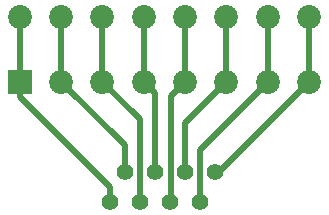
<source format=gtl>
G04 #@! TF.GenerationSoftware,KiCad,Pcbnew,7.0.7*
G04 #@! TF.CreationDate,2024-02-07T12:50:48-08:00*
G04 #@! TF.ProjectId,EthBreakoutBoard,45746842-7265-4616-9b6f-7574426f6172,rev?*
G04 #@! TF.SameCoordinates,Original*
G04 #@! TF.FileFunction,Copper,L1,Top*
G04 #@! TF.FilePolarity,Positive*
%FSLAX46Y46*%
G04 Gerber Fmt 4.6, Leading zero omitted, Abs format (unit mm)*
G04 Created by KiCad (PCBNEW 7.0.7) date 2024-02-07 12:50:48*
%MOMM*%
%LPD*%
G01*
G04 APERTURE LIST*
G04 #@! TA.AperFunction,ComponentPad*
%ADD10C,1.397000*%
G04 #@! TD*
G04 #@! TA.AperFunction,ComponentPad*
%ADD11R,2.025000X2.025000*%
G04 #@! TD*
G04 #@! TA.AperFunction,ComponentPad*
%ADD12C,2.025000*%
G04 #@! TD*
G04 #@! TA.AperFunction,Conductor*
%ADD13C,0.500000*%
G04 #@! TD*
G04 APERTURE END LIST*
D10*
X45720000Y-40640000D03*
X44450000Y-43180000D03*
X43180000Y-40640000D03*
X41910000Y-43180000D03*
X40640000Y-40640000D03*
X39370000Y-43180000D03*
X38100000Y-40640000D03*
X36830000Y-43180000D03*
D11*
X29210000Y-33020000D03*
D12*
X29210000Y-27520000D03*
X32710000Y-33020000D03*
X32710000Y-27520000D03*
X36210000Y-33020000D03*
X36210000Y-27520000D03*
X39710000Y-33020000D03*
X39710000Y-27520000D03*
X43210000Y-33020000D03*
X43210000Y-27520000D03*
X46710000Y-33020000D03*
X46710000Y-27520000D03*
X50210000Y-33020000D03*
X50210000Y-27520000D03*
X53710000Y-33020000D03*
X53710000Y-27520000D03*
D13*
X46090000Y-40640000D02*
X53710000Y-33020000D01*
X45720000Y-40640000D02*
X46090000Y-40640000D01*
X45720000Y-40790000D02*
X45720000Y-40640000D01*
X44450000Y-38780000D02*
X50210000Y-33020000D01*
X44450000Y-43180000D02*
X44450000Y-38780000D01*
X44450000Y-43330000D02*
X44450000Y-43180000D01*
X43180000Y-36550000D02*
X43180000Y-40790000D01*
X46710000Y-33020000D02*
X43180000Y-36550000D01*
X42010000Y-34220000D02*
X43210000Y-33020000D01*
X41910000Y-43180000D02*
X42010000Y-43080000D01*
X42010000Y-43080000D02*
X42010000Y-34220000D01*
X41910000Y-43330000D02*
X41910000Y-43180000D01*
X42080000Y-43500000D02*
X41910000Y-43330000D01*
X40640000Y-33950000D02*
X40640000Y-40640000D01*
X39710000Y-33020000D02*
X40640000Y-33950000D01*
X39370000Y-36180000D02*
X39370000Y-43180000D01*
X36210000Y-33020000D02*
X39370000Y-36180000D01*
X38100000Y-38410000D02*
X38100000Y-40640000D01*
X32710000Y-33020000D02*
X38100000Y-38410000D01*
X36830000Y-41910000D02*
X36830000Y-43330000D01*
X29210000Y-34290000D02*
X36830000Y-41910000D01*
X29210000Y-33020000D02*
X29210000Y-34290000D01*
X29210000Y-27520000D02*
X29210000Y-33020000D01*
X43210000Y-33020000D02*
X43210000Y-27520000D01*
X46710000Y-27520000D02*
X46710000Y-33020000D01*
X50210000Y-33020000D02*
X50210000Y-27520000D01*
X32710000Y-27520000D02*
X32710000Y-33020000D01*
X36210000Y-27520000D02*
X36210000Y-33020000D01*
X39710000Y-27520000D02*
X39710000Y-33020000D01*
X53710000Y-33020000D02*
X53710000Y-27520000D01*
M02*

</source>
